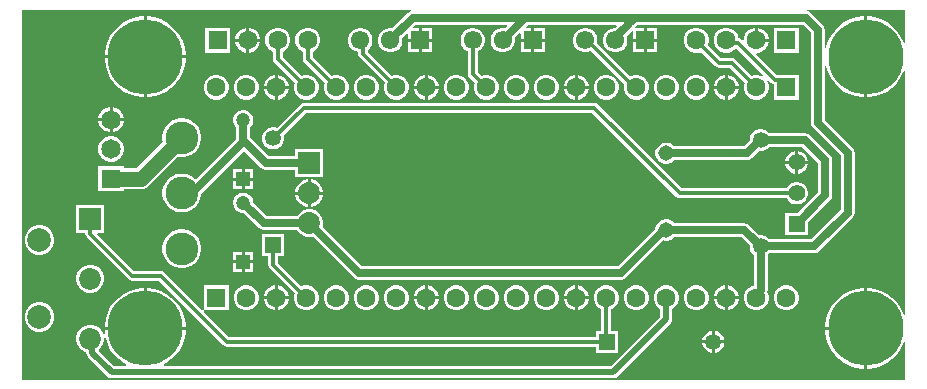
<source format=gtl>
G04*
G04 #@! TF.GenerationSoftware,Altium Limited,Altium Designer,21.9.1 (22)*
G04*
G04 Layer_Physical_Order=1*
G04 Layer_Color=255*
%FSLAX25Y25*%
%MOIN*%
G70*
G04*
G04 #@! TF.SameCoordinates,84066233-43AA-439E-81B8-E0E343A60AEF*
G04*
G04*
G04 #@! TF.FilePolarity,Positive*
G04*
G01*
G75*
%ADD20R,0.07284X0.07284*%
%ADD21C,0.07284*%
%ADD22C,0.07874*%
%ADD29R,0.04724X0.04724*%
%ADD30C,0.04724*%
%ADD38C,0.02000*%
%ADD39C,0.01200*%
%ADD40C,0.05000*%
%ADD41C,0.02500*%
%ADD42C,0.06496*%
%ADD43R,0.06496X0.06496*%
%ADD44R,0.60000X0.45000*%
%ADD45C,0.25000*%
%ADD46C,0.06299*%
%ADD47R,0.06299X0.06299*%
%ADD48R,0.06102X0.06102*%
%ADD49C,0.06102*%
%ADD50C,0.05315*%
%ADD51R,0.05315X0.05315*%
%ADD52R,0.05315X0.05315*%
%ADD53C,0.05150*%
%ADD54C,0.05512*%
%ADD55R,0.05512X0.05512*%
%ADD56R,0.07323X0.07323*%
%ADD57C,0.07323*%
%ADD58C,0.10925*%
G36*
X336706Y116561D02*
X336206Y116482D01*
X336011Y117082D01*
X335046Y118975D01*
X333797Y120695D01*
X332295Y122197D01*
X330575Y123446D01*
X328682Y124411D01*
X326661Y125068D01*
X324563Y125400D01*
X324000D01*
Y111900D01*
Y98400D01*
X324563D01*
X326661Y98732D01*
X328682Y99389D01*
X330575Y100354D01*
X332295Y101603D01*
X333797Y103105D01*
X335046Y104824D01*
X336011Y106718D01*
X336206Y107318D01*
X336706Y107239D01*
Y26061D01*
X336206Y25982D01*
X336011Y26582D01*
X335046Y28475D01*
X333797Y30195D01*
X332295Y31697D01*
X330575Y32946D01*
X328682Y33911D01*
X326661Y34568D01*
X324563Y34900D01*
X324000D01*
Y21400D01*
Y7900D01*
X324563D01*
X326661Y8232D01*
X328682Y8889D01*
X330575Y9854D01*
X332295Y11103D01*
X333797Y12605D01*
X335046Y14324D01*
X336011Y16218D01*
X336206Y16818D01*
X336706Y16739D01*
Y4294D01*
X42294D01*
Y127706D01*
X172008D01*
X172057Y127206D01*
X171622Y127120D01*
X170878Y126622D01*
X165749Y121493D01*
X165533Y121551D01*
X164467D01*
X163436Y121275D01*
X162513Y120742D01*
X161758Y119987D01*
X161225Y119064D01*
X160949Y118033D01*
Y116967D01*
X161225Y115936D01*
X161758Y115013D01*
X162513Y114258D01*
X163436Y113725D01*
X164467Y113449D01*
X165533D01*
X166564Y113725D01*
X167488Y114258D01*
X168242Y115013D01*
X168775Y115936D01*
X169051Y116967D01*
Y118033D01*
X168993Y118249D01*
X170487Y119743D01*
X170949Y119551D01*
Y118000D01*
X174500D01*
Y121551D01*
X172949D01*
X172757Y122013D01*
X173450Y122706D01*
X203808D01*
X204000Y122244D01*
X203249Y121493D01*
X203033Y121551D01*
X201967D01*
X200936Y121275D01*
X200012Y120742D01*
X199258Y119987D01*
X198725Y119064D01*
X198449Y118033D01*
Y116967D01*
X198725Y115936D01*
X199258Y115013D01*
X200012Y114258D01*
X200936Y113725D01*
X201967Y113449D01*
X203033D01*
X204064Y113725D01*
X204988Y114258D01*
X205742Y115013D01*
X206275Y115936D01*
X206551Y116967D01*
Y118033D01*
X206493Y118249D01*
X207987Y119743D01*
X208449Y119551D01*
Y118000D01*
X212000D01*
Y121551D01*
X210449D01*
X210257Y122013D01*
X210950Y122706D01*
X240334D01*
X240525Y122244D01*
X239832Y121551D01*
X239467D01*
X238436Y121275D01*
X237512Y120742D01*
X236758Y119987D01*
X236225Y119064D01*
X235949Y118033D01*
Y116967D01*
X236225Y115936D01*
X236758Y115013D01*
X237512Y114258D01*
X238436Y113725D01*
X239467Y113449D01*
X240533D01*
X241564Y113725D01*
X242488Y114258D01*
X243242Y115013D01*
X243775Y115936D01*
X244051Y116967D01*
Y118033D01*
X243787Y119018D01*
X245449Y120679D01*
X245949Y120472D01*
Y118000D01*
X249500D01*
Y121551D01*
X246913D01*
X246722Y122013D01*
X247415Y122706D01*
X302585D01*
X305206Y120085D01*
Y90000D01*
X305381Y89122D01*
X305878Y88378D01*
X315206Y79050D01*
Y60950D01*
X305333Y51078D01*
X291378D01*
X290746Y51710D01*
X289912Y52192D01*
X288982Y52441D01*
X288087D01*
X284701Y55827D01*
X283957Y56324D01*
X283079Y56499D01*
X259762D01*
X259195Y57065D01*
X258380Y57536D01*
X257471Y57780D01*
X256529D01*
X255620Y57536D01*
X254805Y57065D01*
X254139Y56400D01*
X253669Y55585D01*
X253425Y54675D01*
Y54591D01*
X241128Y42294D01*
X155450D01*
X142492Y55253D01*
X142661Y55886D01*
Y57114D01*
X142344Y58299D01*
X141730Y59362D01*
X140862Y60230D01*
X139799Y60844D01*
X138614Y61161D01*
X137386D01*
X136201Y60844D01*
X135138Y60230D01*
X134270Y59362D01*
X133942Y58794D01*
X123793D01*
X119362Y63225D01*
Y63785D01*
X119133Y64640D01*
X118690Y65407D01*
X118064Y66033D01*
X117298Y66476D01*
X116443Y66705D01*
X115557D01*
X114702Y66476D01*
X113936Y66033D01*
X113310Y65407D01*
X112867Y64640D01*
X112638Y63785D01*
Y62900D01*
X112867Y62045D01*
X113310Y61278D01*
X113936Y60652D01*
X114702Y60210D01*
X115557Y59980D01*
X116118D01*
X121220Y54878D01*
X121965Y54381D01*
X122843Y54206D01*
X133942D01*
X134270Y53638D01*
X135138Y52770D01*
X136201Y52156D01*
X137386Y51839D01*
X138614D01*
X139247Y52008D01*
X152878Y38378D01*
X153622Y37881D01*
X154500Y37706D01*
X242078D01*
X242956Y37881D01*
X243701Y38378D01*
X256074Y50752D01*
X256529Y50630D01*
X257471D01*
X258380Y50874D01*
X259195Y51344D01*
X259762Y51911D01*
X282129D01*
X284842Y49197D01*
Y48302D01*
X285092Y47372D01*
X285573Y46538D01*
X286206Y45905D01*
Y35683D01*
X285398Y35467D01*
X284452Y34920D01*
X283680Y34148D01*
X283133Y33202D01*
X282850Y32146D01*
Y31054D01*
X283133Y29998D01*
X283680Y29052D01*
X284452Y28280D01*
X285398Y27733D01*
X286454Y27450D01*
X287546D01*
X288602Y27733D01*
X289548Y28280D01*
X290320Y29052D01*
X290867Y29998D01*
X291150Y31054D01*
Y32146D01*
X290867Y33202D01*
X290676Y33533D01*
X290794Y34128D01*
Y45905D01*
X291378Y46489D01*
X306283D01*
X307161Y46664D01*
X307906Y47161D01*
X319122Y58378D01*
X319619Y59122D01*
X319794Y60000D01*
Y80000D01*
X319619Y80878D01*
X319122Y81622D01*
X309794Y90950D01*
Y108941D01*
X310294Y108981D01*
X310332Y108739D01*
X310989Y106718D01*
X311954Y104824D01*
X313203Y103105D01*
X314705Y101603D01*
X316424Y100354D01*
X318318Y99389D01*
X320339Y98732D01*
X322438Y98400D01*
X323000D01*
Y111900D01*
Y125400D01*
X322438D01*
X320339Y125068D01*
X318318Y124411D01*
X316424Y123446D01*
X314705Y122197D01*
X313203Y120695D01*
X311954Y118975D01*
X310989Y117082D01*
X310332Y115061D01*
X310294Y114819D01*
X309794Y114858D01*
Y121036D01*
X309619Y121913D01*
X309122Y122658D01*
X305158Y126622D01*
X304413Y127120D01*
X303979Y127206D01*
X304028Y127706D01*
X336706D01*
Y116561D01*
D02*
G37*
%LPC*%
G36*
X179051Y121551D02*
X175500D01*
Y118000D01*
X179051D01*
Y121551D01*
D02*
G37*
G36*
X287546Y121650D02*
X287500D01*
Y118000D01*
X291150D01*
Y118046D01*
X290867Y119102D01*
X290320Y120048D01*
X289548Y120820D01*
X288602Y121367D01*
X287546Y121650D01*
D02*
G37*
G36*
X216551Y121551D02*
X213000D01*
Y118000D01*
X216551D01*
Y121551D01*
D02*
G37*
G36*
X254051D02*
X250500D01*
Y118000D01*
X254051D01*
Y121551D01*
D02*
G37*
G36*
X118046Y121650D02*
X118000D01*
Y118000D01*
X121650D01*
Y118046D01*
X121367Y119102D01*
X120820Y120048D01*
X120048Y120820D01*
X119102Y121367D01*
X118046Y121650D01*
D02*
G37*
G36*
X117000D02*
X116954D01*
X115898Y121367D01*
X114952Y120820D01*
X114180Y120048D01*
X113633Y119102D01*
X113350Y118046D01*
Y118000D01*
X117000D01*
Y121650D01*
D02*
G37*
G36*
X286500D02*
X286454D01*
X285398Y121367D01*
X284452Y120820D01*
X283680Y120048D01*
X283133Y119102D01*
X282850Y118046D01*
Y117610D01*
X282388Y117419D01*
X281954Y117854D01*
X281424Y118207D01*
X281089Y118274D01*
X280867Y119102D01*
X280321Y120048D01*
X279548Y120820D01*
X278602Y121367D01*
X277546Y121650D01*
X276454D01*
X275398Y121367D01*
X274452Y120820D01*
X273679Y120048D01*
X273133Y119102D01*
X272850Y118046D01*
Y116954D01*
X273133Y115898D01*
X273679Y114952D01*
X274452Y114180D01*
X275398Y113633D01*
X276454Y113350D01*
X277546D01*
X278602Y113633D01*
X279548Y114180D01*
X280281Y114912D01*
X289423Y105770D01*
X289116Y105370D01*
X288602Y105667D01*
X287546Y105950D01*
X286454D01*
X285431Y105676D01*
X279954Y111153D01*
X279424Y111507D01*
X278800Y111631D01*
X275176D01*
X270876Y115931D01*
X271150Y116954D01*
Y118046D01*
X270867Y119102D01*
X270321Y120048D01*
X269548Y120820D01*
X268602Y121367D01*
X267546Y121650D01*
X266454D01*
X265398Y121367D01*
X264452Y120820D01*
X263680Y120048D01*
X263133Y119102D01*
X262850Y118046D01*
Y116954D01*
X263133Y115898D01*
X263680Y114952D01*
X264452Y114180D01*
X265398Y113633D01*
X266454Y113350D01*
X267546D01*
X268569Y113624D01*
X273346Y108846D01*
X273876Y108493D01*
X274500Y108369D01*
X278124D01*
X283124Y103369D01*
X282850Y102346D01*
Y101254D01*
X283133Y100198D01*
X283680Y99252D01*
X284452Y98479D01*
X285398Y97933D01*
X286454Y97650D01*
X287546D01*
X288602Y97933D01*
X289548Y98479D01*
X290320Y99252D01*
X290867Y100198D01*
X291150Y101254D01*
Y102346D01*
X290867Y103402D01*
X290570Y103916D01*
X290970Y104223D01*
X291997Y103196D01*
X292526Y102842D01*
X292850Y102778D01*
Y97650D01*
X301150D01*
Y105950D01*
X294608D01*
X294450Y105981D01*
X293826D01*
X286919Y112889D01*
X287110Y113350D01*
X287546D01*
X288602Y113633D01*
X289548Y114180D01*
X290320Y114952D01*
X290867Y115898D01*
X291150Y116954D01*
Y117000D01*
X287000D01*
Y117500D01*
X286500D01*
Y121650D01*
D02*
G37*
G36*
X254051Y117000D02*
X250500D01*
Y113449D01*
X254051D01*
Y117000D01*
D02*
G37*
G36*
X249500D02*
X245949D01*
Y113449D01*
X249500D01*
Y117000D01*
D02*
G37*
G36*
X216551D02*
X213000D01*
Y113449D01*
X216551D01*
Y117000D01*
D02*
G37*
G36*
X212000D02*
X208449D01*
Y113449D01*
X212000D01*
Y117000D01*
D02*
G37*
G36*
X179051D02*
X175500D01*
Y113449D01*
X179051D01*
Y117000D01*
D02*
G37*
G36*
X174500D02*
X170949D01*
Y113449D01*
X174500D01*
Y117000D01*
D02*
G37*
G36*
X301150Y121650D02*
X292850D01*
Y113350D01*
X301150D01*
Y121650D01*
D02*
G37*
G36*
X121650Y117000D02*
X118000D01*
Y113350D01*
X118046D01*
X119102Y113633D01*
X120048Y114180D01*
X120820Y114952D01*
X121367Y115898D01*
X121650Y116954D01*
Y117000D01*
D02*
G37*
G36*
X117000D02*
X113350D01*
Y116954D01*
X113633Y115898D01*
X114180Y114952D01*
X114952Y114180D01*
X115898Y113633D01*
X116954Y113350D01*
X117000D01*
Y117000D01*
D02*
G37*
G36*
X111650Y121650D02*
X103350D01*
Y113350D01*
X111650D01*
Y121650D01*
D02*
G37*
G36*
X84363Y125400D02*
X83800D01*
Y112400D01*
X96800D01*
Y112962D01*
X96468Y115061D01*
X95811Y117082D01*
X94846Y118975D01*
X93597Y120695D01*
X92095Y122197D01*
X90376Y123446D01*
X88482Y124411D01*
X86461Y125068D01*
X84363Y125400D01*
D02*
G37*
G36*
X82800D02*
X82237D01*
X80139Y125068D01*
X78118Y124411D01*
X76224Y123446D01*
X74505Y122197D01*
X73003Y120695D01*
X71754Y118975D01*
X70789Y117082D01*
X70132Y115061D01*
X69800Y112962D01*
Y112400D01*
X82800D01*
Y125400D01*
D02*
G37*
G36*
X277546Y105950D02*
X277500D01*
Y102300D01*
X281150D01*
Y102346D01*
X280867Y103402D01*
X280321Y104348D01*
X279548Y105121D01*
X278602Y105667D01*
X277546Y105950D01*
D02*
G37*
G36*
X177546D02*
X177500D01*
Y102300D01*
X181150D01*
Y102346D01*
X180867Y103402D01*
X180321Y104348D01*
X179548Y105121D01*
X178602Y105667D01*
X177546Y105950D01*
D02*
G37*
G36*
X127546D02*
X127500D01*
Y102300D01*
X131150D01*
Y102346D01*
X130867Y103402D01*
X130321Y104348D01*
X129548Y105121D01*
X128602Y105667D01*
X127546Y105950D01*
D02*
G37*
G36*
X227546D02*
X227500D01*
Y102300D01*
X231150D01*
Y102346D01*
X230867Y103402D01*
X230321Y104348D01*
X229548Y105121D01*
X228602Y105667D01*
X227546Y105950D01*
D02*
G37*
G36*
X126500D02*
X126454D01*
X125398Y105667D01*
X124452Y105121D01*
X123679Y104348D01*
X123133Y103402D01*
X122850Y102346D01*
Y102300D01*
X126500D01*
Y105950D01*
D02*
G37*
G36*
X276500D02*
X276454D01*
X275398Y105667D01*
X274452Y105121D01*
X273679Y104348D01*
X273133Y103402D01*
X272850Y102346D01*
Y102300D01*
X276500D01*
Y105950D01*
D02*
G37*
G36*
X176500D02*
X176454D01*
X175398Y105667D01*
X174452Y105121D01*
X173679Y104348D01*
X173133Y103402D01*
X172850Y102346D01*
Y102300D01*
X176500D01*
Y105950D01*
D02*
G37*
G36*
X226500D02*
X226454D01*
X225398Y105667D01*
X224452Y105121D01*
X223679Y104348D01*
X223133Y103402D01*
X222850Y102346D01*
Y102300D01*
X226500D01*
Y105950D01*
D02*
G37*
G36*
X96800Y111400D02*
X83800D01*
Y98400D01*
X84363D01*
X86461Y98732D01*
X88482Y99389D01*
X90376Y100354D01*
X92095Y101603D01*
X93597Y103105D01*
X94846Y104824D01*
X95811Y106718D01*
X96468Y108739D01*
X96800Y110837D01*
Y111400D01*
D02*
G37*
G36*
X82800D02*
X69800D01*
Y110837D01*
X70132Y108739D01*
X70789Y106718D01*
X71754Y104824D01*
X73003Y103105D01*
X74505Y101603D01*
X76224Y100354D01*
X78118Y99389D01*
X80139Y98732D01*
X82237Y98400D01*
X82800D01*
Y111400D01*
D02*
G37*
G36*
X281150Y101300D02*
X277500D01*
Y97650D01*
X277546D01*
X278602Y97933D01*
X279548Y98479D01*
X280321Y99252D01*
X280867Y100198D01*
X281150Y101254D01*
Y101300D01*
D02*
G37*
G36*
X276500D02*
X272850D01*
Y101254D01*
X273133Y100198D01*
X273679Y99252D01*
X274452Y98479D01*
X275398Y97933D01*
X276454Y97650D01*
X276500D01*
Y101300D01*
D02*
G37*
G36*
X267546Y105950D02*
X266454D01*
X265398Y105667D01*
X264452Y105121D01*
X263680Y104348D01*
X263133Y103402D01*
X262850Y102346D01*
Y101254D01*
X263133Y100198D01*
X263680Y99252D01*
X264452Y98479D01*
X265398Y97933D01*
X266454Y97650D01*
X267546D01*
X268602Y97933D01*
X269548Y98479D01*
X270321Y99252D01*
X270867Y100198D01*
X271150Y101254D01*
Y102346D01*
X270867Y103402D01*
X270321Y104348D01*
X269548Y105121D01*
X268602Y105667D01*
X267546Y105950D01*
D02*
G37*
G36*
X257546D02*
X256454D01*
X255398Y105667D01*
X254452Y105121D01*
X253679Y104348D01*
X253133Y103402D01*
X252850Y102346D01*
Y101254D01*
X253133Y100198D01*
X253679Y99252D01*
X254452Y98479D01*
X255398Y97933D01*
X256454Y97650D01*
X257546D01*
X258602Y97933D01*
X259548Y98479D01*
X260320Y99252D01*
X260867Y100198D01*
X261150Y101254D01*
Y102346D01*
X260867Y103402D01*
X260320Y104348D01*
X259548Y105121D01*
X258602Y105667D01*
X257546Y105950D01*
D02*
G37*
G36*
X230533Y121551D02*
X229467D01*
X228436Y121275D01*
X227513Y120742D01*
X226758Y119987D01*
X226225Y119064D01*
X225949Y118033D01*
Y116967D01*
X226225Y115936D01*
X226758Y115013D01*
X227513Y114258D01*
X228436Y113725D01*
X229467Y113449D01*
X230533D01*
X231564Y113725D01*
X231915Y113928D01*
X242987Y102856D01*
X242850Y102346D01*
Y101254D01*
X243133Y100198D01*
X243679Y99252D01*
X244452Y98479D01*
X245398Y97933D01*
X246454Y97650D01*
X247546D01*
X248602Y97933D01*
X249548Y98479D01*
X250321Y99252D01*
X250867Y100198D01*
X251150Y101254D01*
Y102346D01*
X250867Y103402D01*
X250321Y104348D01*
X249548Y105121D01*
X248602Y105667D01*
X247546Y105950D01*
X246454D01*
X245398Y105667D01*
X245013Y105444D01*
X233933Y116524D01*
X234051Y116967D01*
Y118033D01*
X233775Y119064D01*
X233242Y119987D01*
X232488Y120742D01*
X231564Y121275D01*
X230533Y121551D01*
D02*
G37*
G36*
X237546Y105950D02*
X236454D01*
X235398Y105667D01*
X234452Y105121D01*
X233680Y104348D01*
X233133Y103402D01*
X232850Y102346D01*
Y101254D01*
X233133Y100198D01*
X233680Y99252D01*
X234452Y98479D01*
X235398Y97933D01*
X236454Y97650D01*
X237546D01*
X238602Y97933D01*
X239548Y98479D01*
X240320Y99252D01*
X240867Y100198D01*
X241150Y101254D01*
Y102346D01*
X240867Y103402D01*
X240320Y104348D01*
X239548Y105121D01*
X238602Y105667D01*
X237546Y105950D01*
D02*
G37*
G36*
X231150Y101300D02*
X227500D01*
Y97650D01*
X227546D01*
X228602Y97933D01*
X229548Y98479D01*
X230321Y99252D01*
X230867Y100198D01*
X231150Y101254D01*
Y101300D01*
D02*
G37*
G36*
X226500D02*
X222850D01*
Y101254D01*
X223133Y100198D01*
X223679Y99252D01*
X224452Y98479D01*
X225398Y97933D01*
X226454Y97650D01*
X226500D01*
Y101300D01*
D02*
G37*
G36*
X217546Y105950D02*
X216454D01*
X215398Y105667D01*
X214452Y105121D01*
X213680Y104348D01*
X213133Y103402D01*
X212850Y102346D01*
Y101254D01*
X213133Y100198D01*
X213680Y99252D01*
X214452Y98479D01*
X215398Y97933D01*
X216454Y97650D01*
X217546D01*
X218602Y97933D01*
X219548Y98479D01*
X220321Y99252D01*
X220867Y100198D01*
X221150Y101254D01*
Y102346D01*
X220867Y103402D01*
X220321Y104348D01*
X219548Y105121D01*
X218602Y105667D01*
X217546Y105950D01*
D02*
G37*
G36*
X207546D02*
X206454D01*
X205398Y105667D01*
X204452Y105121D01*
X203679Y104348D01*
X203133Y103402D01*
X202850Y102346D01*
Y101254D01*
X203133Y100198D01*
X203679Y99252D01*
X204452Y98479D01*
X205398Y97933D01*
X206454Y97650D01*
X207546D01*
X208602Y97933D01*
X209548Y98479D01*
X210320Y99252D01*
X210867Y100198D01*
X211150Y101254D01*
Y102346D01*
X210867Y103402D01*
X210320Y104348D01*
X209548Y105121D01*
X208602Y105667D01*
X207546Y105950D01*
D02*
G37*
G36*
X193033Y121551D02*
X191967D01*
X190936Y121275D01*
X190013Y120742D01*
X189258Y119987D01*
X188725Y119064D01*
X188449Y118033D01*
Y116967D01*
X188725Y115936D01*
X189258Y115013D01*
X190013Y114258D01*
X190869Y113764D01*
Y106300D01*
X190993Y105676D01*
X191347Y105147D01*
X193124Y103369D01*
X192850Y102346D01*
Y101254D01*
X193133Y100198D01*
X193679Y99252D01*
X194452Y98479D01*
X195398Y97933D01*
X196454Y97650D01*
X197546D01*
X198602Y97933D01*
X199548Y98479D01*
X200321Y99252D01*
X200867Y100198D01*
X201150Y101254D01*
Y102346D01*
X200867Y103402D01*
X200321Y104348D01*
X199548Y105121D01*
X198602Y105667D01*
X197546Y105950D01*
X196454D01*
X195431Y105676D01*
X194131Y106976D01*
Y113764D01*
X194987Y114258D01*
X195742Y115013D01*
X196275Y115936D01*
X196551Y116967D01*
Y118033D01*
X196275Y119064D01*
X195742Y119987D01*
X194987Y120742D01*
X194064Y121275D01*
X193033Y121551D01*
D02*
G37*
G36*
X187546Y105950D02*
X186454D01*
X185398Y105667D01*
X184452Y105121D01*
X183679Y104348D01*
X183133Y103402D01*
X182850Y102346D01*
Y101254D01*
X183133Y100198D01*
X183679Y99252D01*
X184452Y98479D01*
X185398Y97933D01*
X186454Y97650D01*
X187546D01*
X188602Y97933D01*
X189548Y98479D01*
X190321Y99252D01*
X190867Y100198D01*
X191150Y101254D01*
Y102346D01*
X190867Y103402D01*
X190321Y104348D01*
X189548Y105121D01*
X188602Y105667D01*
X187546Y105950D01*
D02*
G37*
G36*
X181150Y101300D02*
X177500D01*
Y97650D01*
X177546D01*
X178602Y97933D01*
X179548Y98479D01*
X180321Y99252D01*
X180867Y100198D01*
X181150Y101254D01*
Y101300D01*
D02*
G37*
G36*
X176500D02*
X172850D01*
Y101254D01*
X173133Y100198D01*
X173679Y99252D01*
X174452Y98479D01*
X175398Y97933D01*
X176454Y97650D01*
X176500D01*
Y101300D01*
D02*
G37*
G36*
X155533Y121551D02*
X154467D01*
X153436Y121275D01*
X152513Y120742D01*
X151758Y119987D01*
X151225Y119064D01*
X150949Y118033D01*
Y116967D01*
X151225Y115936D01*
X151758Y115013D01*
X152513Y114258D01*
X153436Y113725D01*
X154307Y113492D01*
Y112862D01*
X154431Y112238D01*
X154785Y111708D01*
X163124Y103369D01*
X162850Y102346D01*
Y101254D01*
X163133Y100198D01*
X163680Y99252D01*
X164452Y98479D01*
X165398Y97933D01*
X166454Y97650D01*
X167546D01*
X168602Y97933D01*
X169548Y98479D01*
X170320Y99252D01*
X170867Y100198D01*
X171150Y101254D01*
Y102346D01*
X170867Y103402D01*
X170320Y104348D01*
X169548Y105121D01*
X168602Y105667D01*
X167546Y105950D01*
X166454D01*
X165431Y105676D01*
X157569Y113538D01*
Y114340D01*
X158242Y115013D01*
X158775Y115936D01*
X159051Y116967D01*
Y118033D01*
X158775Y119064D01*
X158242Y119987D01*
X157487Y120742D01*
X156564Y121275D01*
X155533Y121551D01*
D02*
G37*
G36*
X157546Y105950D02*
X156454D01*
X155398Y105667D01*
X154452Y105121D01*
X153680Y104348D01*
X153133Y103402D01*
X152850Y102346D01*
Y101254D01*
X153133Y100198D01*
X153680Y99252D01*
X154452Y98479D01*
X155398Y97933D01*
X156454Y97650D01*
X157546D01*
X158602Y97933D01*
X159548Y98479D01*
X160320Y99252D01*
X160867Y100198D01*
X161150Y101254D01*
Y102346D01*
X160867Y103402D01*
X160320Y104348D01*
X159548Y105121D01*
X158602Y105667D01*
X157546Y105950D01*
D02*
G37*
G36*
X138046Y121650D02*
X136954D01*
X135898Y121367D01*
X134952Y120820D01*
X134179Y120048D01*
X133633Y119102D01*
X133350Y118046D01*
Y116954D01*
X133633Y115898D01*
X134179Y114952D01*
X134952Y114180D01*
X135869Y113650D01*
Y111300D01*
X135993Y110676D01*
X136346Y110146D01*
X143124Y103369D01*
X142850Y102346D01*
Y101254D01*
X143133Y100198D01*
X143679Y99252D01*
X144452Y98479D01*
X145398Y97933D01*
X146454Y97650D01*
X147546D01*
X148602Y97933D01*
X149548Y98479D01*
X150320Y99252D01*
X150867Y100198D01*
X151150Y101254D01*
Y102346D01*
X150867Y103402D01*
X150320Y104348D01*
X149548Y105121D01*
X148602Y105667D01*
X147546Y105950D01*
X146454D01*
X145431Y105676D01*
X139131Y111976D01*
Y113650D01*
X140048Y114180D01*
X140821Y114952D01*
X141367Y115898D01*
X141650Y116954D01*
Y118046D01*
X141367Y119102D01*
X140821Y120048D01*
X140048Y120820D01*
X139102Y121367D01*
X138046Y121650D01*
D02*
G37*
G36*
X128046D02*
X126954D01*
X125898Y121367D01*
X124952Y120820D01*
X124179Y120048D01*
X123633Y119102D01*
X123350Y118046D01*
Y116954D01*
X123633Y115898D01*
X124179Y114952D01*
X124952Y114180D01*
X125869Y113650D01*
Y111300D01*
X125993Y110676D01*
X126347Y110146D01*
X133124Y103369D01*
X132850Y102346D01*
Y101254D01*
X133133Y100198D01*
X133679Y99252D01*
X134452Y98479D01*
X135398Y97933D01*
X136454Y97650D01*
X137546D01*
X138602Y97933D01*
X139548Y98479D01*
X140321Y99252D01*
X140867Y100198D01*
X141150Y101254D01*
Y102346D01*
X140867Y103402D01*
X140321Y104348D01*
X139548Y105121D01*
X138602Y105667D01*
X137546Y105950D01*
X136454D01*
X135431Y105676D01*
X129131Y111976D01*
Y113650D01*
X130048Y114180D01*
X130821Y114952D01*
X131367Y115898D01*
X131650Y116954D01*
Y118046D01*
X131367Y119102D01*
X130821Y120048D01*
X130048Y120820D01*
X129102Y121367D01*
X128046Y121650D01*
D02*
G37*
G36*
X131150Y101300D02*
X127500D01*
Y97650D01*
X127546D01*
X128602Y97933D01*
X129548Y98479D01*
X130321Y99252D01*
X130867Y100198D01*
X131150Y101254D01*
Y101300D01*
D02*
G37*
G36*
X126500D02*
X122850D01*
Y101254D01*
X123133Y100198D01*
X123679Y99252D01*
X124452Y98479D01*
X125398Y97933D01*
X126454Y97650D01*
X126500D01*
Y101300D01*
D02*
G37*
G36*
X117546Y105950D02*
X116454D01*
X115398Y105667D01*
X114452Y105121D01*
X113680Y104348D01*
X113133Y103402D01*
X112850Y102346D01*
Y101254D01*
X113133Y100198D01*
X113680Y99252D01*
X114452Y98479D01*
X115398Y97933D01*
X116454Y97650D01*
X117546D01*
X118602Y97933D01*
X119548Y98479D01*
X120320Y99252D01*
X120867Y100198D01*
X121150Y101254D01*
Y102346D01*
X120867Y103402D01*
X120320Y104348D01*
X119548Y105121D01*
X118602Y105667D01*
X117546Y105950D01*
D02*
G37*
G36*
X107546D02*
X106454D01*
X105398Y105667D01*
X104452Y105121D01*
X103680Y104348D01*
X103133Y103402D01*
X102850Y102346D01*
Y101254D01*
X103133Y100198D01*
X103680Y99252D01*
X104452Y98479D01*
X105398Y97933D01*
X106454Y97650D01*
X107546D01*
X108602Y97933D01*
X109548Y98479D01*
X110320Y99252D01*
X110867Y100198D01*
X111150Y101254D01*
Y102346D01*
X110867Y103402D01*
X110320Y104348D01*
X109548Y105121D01*
X108602Y105667D01*
X107546Y105950D01*
D02*
G37*
G36*
X72559Y95248D02*
X72500D01*
Y91500D01*
X76248D01*
Y91559D01*
X75959Y92640D01*
X75399Y93608D01*
X74608Y94399D01*
X73640Y94959D01*
X72559Y95248D01*
D02*
G37*
G36*
X71500D02*
X71441D01*
X70360Y94959D01*
X69392Y94399D01*
X68601Y93608D01*
X68041Y92640D01*
X67752Y91559D01*
Y91500D01*
X71500D01*
Y95248D01*
D02*
G37*
G36*
X76248Y90500D02*
X72500D01*
Y86752D01*
X72559D01*
X73640Y87041D01*
X74608Y87601D01*
X75399Y88392D01*
X75959Y89360D01*
X76248Y90441D01*
Y90500D01*
D02*
G37*
G36*
X71500D02*
X67752D01*
Y90441D01*
X68041Y89360D01*
X68601Y88392D01*
X69392Y87601D01*
X70360Y87041D01*
X71441Y86752D01*
X71500D01*
Y90500D01*
D02*
G37*
G36*
X288982Y87874D02*
X288018D01*
X287088Y87625D01*
X286254Y87143D01*
X285573Y86462D01*
X285092Y85628D01*
X284842Y84698D01*
Y84022D01*
X282909Y82089D01*
X259762D01*
X259195Y82656D01*
X258380Y83126D01*
X257471Y83370D01*
X256529D01*
X255620Y83126D01*
X254805Y82656D01*
X254139Y81990D01*
X253669Y81175D01*
X253425Y80266D01*
Y79325D01*
X253669Y78416D01*
X254139Y77600D01*
X254805Y76935D01*
X255620Y76464D01*
X256529Y76221D01*
X257471D01*
X258380Y76464D01*
X259195Y76935D01*
X259762Y77501D01*
X283860D01*
X284738Y77676D01*
X285482Y78173D01*
X287900Y80591D01*
X288018Y80559D01*
X288982D01*
X289912Y80808D01*
X290746Y81290D01*
X291378Y81923D01*
X302333D01*
X307706Y76550D01*
Y66710D01*
X301015Y60020D01*
X296748D01*
Y52508D01*
X304260D01*
Y56775D01*
X311622Y64138D01*
X312120Y64882D01*
X312294Y65760D01*
Y77500D01*
X312120Y78378D01*
X311622Y79122D01*
X304906Y85839D01*
X304161Y86336D01*
X303284Y86511D01*
X291378D01*
X290746Y87143D01*
X289912Y87625D01*
X288982Y87874D01*
D02*
G37*
G36*
X96136Y91470D02*
X94863D01*
X93615Y91222D01*
X92439Y90735D01*
X91380Y90028D01*
X90480Y89127D01*
X89773Y88069D01*
X89286Y86893D01*
X89037Y85644D01*
Y84371D01*
X89176Y83676D01*
X80345Y74845D01*
X76248D01*
Y75563D01*
X67752D01*
Y67067D01*
X76248D01*
Y67785D01*
X81807D01*
X82721Y67905D01*
X83572Y68258D01*
X84303Y68819D01*
X94168Y78684D01*
X94863Y78545D01*
X96136D01*
X97385Y78794D01*
X98561Y79281D01*
X99620Y79988D01*
X100520Y80888D01*
X101227Y81947D01*
X101714Y83123D01*
X101963Y84371D01*
Y85644D01*
X101714Y86893D01*
X101227Y88069D01*
X100520Y89127D01*
X99620Y90028D01*
X98561Y90735D01*
X97385Y91222D01*
X96136Y91470D01*
D02*
G37*
G36*
X301004Y80491D02*
Y77236D01*
X304258D01*
X304004Y78186D01*
X303509Y79042D01*
X302810Y79742D01*
X301954Y80236D01*
X301004Y80491D01*
D02*
G37*
G36*
X300004D02*
X299054Y80236D01*
X298198Y79742D01*
X297498Y79042D01*
X297004Y78186D01*
X296749Y77236D01*
X300004D01*
Y80491D01*
D02*
G37*
G36*
X72559Y85405D02*
X71441D01*
X70360Y85116D01*
X69392Y84557D01*
X68601Y83766D01*
X68041Y82797D01*
X67752Y81717D01*
Y80598D01*
X68041Y79518D01*
X68601Y78549D01*
X69392Y77758D01*
X70360Y77199D01*
X71441Y76910D01*
X72559D01*
X73640Y77199D01*
X74608Y77758D01*
X75399Y78549D01*
X75959Y79518D01*
X76248Y80598D01*
Y81717D01*
X75959Y82797D01*
X75399Y83766D01*
X74608Y84557D01*
X73640Y85116D01*
X72559Y85405D01*
D02*
G37*
G36*
X304258Y76236D02*
X301004D01*
Y72982D01*
X301954Y73236D01*
X302810Y73731D01*
X303509Y74430D01*
X304004Y75287D01*
X304258Y76236D01*
D02*
G37*
G36*
X300004D02*
X296749D01*
X297004Y75287D01*
X297498Y74430D01*
X298198Y73731D01*
X299054Y73236D01*
X300004Y72982D01*
Y76236D01*
D02*
G37*
G36*
X116443Y94205D02*
X115557D01*
X114702Y93976D01*
X113936Y93533D01*
X113310Y92907D01*
X112867Y92140D01*
X112638Y91285D01*
Y90400D01*
X112867Y89545D01*
X113310Y88778D01*
X113706Y88382D01*
Y84373D01*
X100238Y70905D01*
X99620Y71524D01*
X98561Y72231D01*
X97385Y72718D01*
X96136Y72966D01*
X94863D01*
X93615Y72718D01*
X92439Y72231D01*
X91380Y71524D01*
X90480Y70624D01*
X89773Y69565D01*
X89286Y68389D01*
X89037Y67140D01*
Y65867D01*
X89286Y64619D01*
X89773Y63443D01*
X90480Y62384D01*
X91380Y61484D01*
X92439Y60777D01*
X93615Y60290D01*
X94863Y60041D01*
X96136D01*
X97385Y60290D01*
X98561Y60777D01*
X99620Y61484D01*
X100520Y62384D01*
X101227Y63443D01*
X101714Y64619D01*
X101963Y65867D01*
Y66258D01*
X102316Y66494D01*
X116289Y80467D01*
X121878Y74878D01*
X122622Y74381D01*
X123500Y74206D01*
X133339D01*
Y71839D01*
X142661D01*
Y81161D01*
X133339D01*
Y78794D01*
X124450D01*
X118294Y84950D01*
Y88382D01*
X118690Y88778D01*
X119133Y89545D01*
X119362Y90400D01*
Y91285D01*
X119133Y92140D01*
X118690Y92907D01*
X118064Y93533D01*
X117298Y93976D01*
X116443Y94205D01*
D02*
G37*
G36*
X119362Y74520D02*
X116500D01*
Y71658D01*
X119362D01*
Y74520D01*
D02*
G37*
G36*
X115500D02*
X112638D01*
Y71658D01*
X115500D01*
Y74520D01*
D02*
G37*
G36*
X119362Y70657D02*
X116500D01*
Y67795D01*
X119362D01*
Y70657D01*
D02*
G37*
G36*
X115500D02*
X112638D01*
Y67795D01*
X115500D01*
Y70657D01*
D02*
G37*
G36*
X138614Y71161D02*
X138500D01*
Y67000D01*
X142661D01*
Y67114D01*
X142344Y68299D01*
X141730Y69362D01*
X140862Y70230D01*
X139799Y70844D01*
X138614Y71161D01*
D02*
G37*
G36*
X137500D02*
X137386D01*
X136201Y70844D01*
X135138Y70230D01*
X134270Y69362D01*
X133656Y68299D01*
X133339Y67114D01*
Y67000D01*
X137500D01*
Y71161D01*
D02*
G37*
G36*
X233000Y96631D02*
X136284D01*
X135659Y96507D01*
X135130Y96153D01*
X127167Y88190D01*
X126481Y88374D01*
X125519D01*
X124588Y88125D01*
X123754Y87643D01*
X123073Y86962D01*
X122592Y86128D01*
X122343Y85198D01*
Y84235D01*
X122592Y83305D01*
X123073Y82471D01*
X123754Y81790D01*
X124588Y81308D01*
X125519Y81059D01*
X126481D01*
X127412Y81308D01*
X128246Y81790D01*
X128927Y82471D01*
X129408Y83305D01*
X129657Y84235D01*
Y85198D01*
X129474Y85883D01*
X136959Y93369D01*
X232324D01*
X260347Y65346D01*
X260876Y64993D01*
X261500Y64869D01*
X297109D01*
X297498Y64194D01*
X298198Y63494D01*
X299054Y63000D01*
X300009Y62744D01*
X300998D01*
X301954Y63000D01*
X302810Y63494D01*
X303509Y64194D01*
X304004Y65050D01*
X304260Y66005D01*
Y66995D01*
X304004Y67950D01*
X303509Y68806D01*
X302810Y69506D01*
X301954Y70000D01*
X300998Y70256D01*
X300009D01*
X299054Y70000D01*
X298198Y69506D01*
X297498Y68806D01*
X297109Y68131D01*
X262176D01*
X234154Y96153D01*
X233624Y96507D01*
X233000Y96631D01*
D02*
G37*
G36*
X142661Y66000D02*
X138500D01*
Y61839D01*
X138614D01*
X139799Y62156D01*
X140862Y62770D01*
X141730Y63638D01*
X142344Y64701D01*
X142661Y65886D01*
Y66000D01*
D02*
G37*
G36*
X137500D02*
X133339D01*
Y65886D01*
X133656Y64701D01*
X134270Y63638D01*
X135138Y62770D01*
X136201Y62156D01*
X137386Y61839D01*
X137500D01*
Y66000D01*
D02*
G37*
G36*
X217000Y70230D02*
X203700D01*
X202786Y70110D01*
X201935Y69757D01*
X201204Y69196D01*
X195504Y63496D01*
X194943Y62765D01*
X194590Y61914D01*
X194470Y61000D01*
X194590Y60086D01*
X194943Y59235D01*
X195504Y58504D01*
X196235Y57943D01*
X197086Y57590D01*
X198000Y57470D01*
X198914Y57590D01*
X199765Y57943D01*
X200496Y58504D01*
X205162Y63170D01*
X210524D01*
X210715Y62708D01*
X201504Y53496D01*
X200943Y52765D01*
X200590Y51914D01*
X200470Y51000D01*
X200590Y50086D01*
X200943Y49235D01*
X201504Y48504D01*
X202235Y47943D01*
X203086Y47590D01*
X204000Y47470D01*
X204914Y47590D01*
X205765Y47943D01*
X206496Y48504D01*
X219496Y61504D01*
X220057Y62235D01*
X220410Y63086D01*
X220530Y64000D01*
Y66700D01*
X220410Y67614D01*
X220057Y68465D01*
X219496Y69196D01*
X218765Y69757D01*
X217914Y70110D01*
X217000Y70230D01*
D02*
G37*
G36*
X48721Y55732D02*
X47421D01*
X46165Y55396D01*
X45039Y54746D01*
X44120Y53827D01*
X43470Y52701D01*
X43134Y51445D01*
Y50145D01*
X43470Y48890D01*
X44120Y47764D01*
X45039Y46845D01*
X46165Y46195D01*
X47421Y45858D01*
X48721D01*
X49977Y46195D01*
X51102Y46845D01*
X52021Y47764D01*
X52671Y48890D01*
X53008Y50145D01*
Y51445D01*
X52671Y52701D01*
X52021Y53827D01*
X51102Y54746D01*
X49977Y55396D01*
X48721Y55732D01*
D02*
G37*
G36*
X119362Y47020D02*
X116500D01*
Y44157D01*
X119362D01*
Y47020D01*
D02*
G37*
G36*
X115500D02*
X112638D01*
Y44157D01*
X115500D01*
Y47020D01*
D02*
G37*
G36*
X96136Y54463D02*
X94863D01*
X93615Y54214D01*
X92439Y53727D01*
X91380Y53020D01*
X90480Y52120D01*
X89773Y51061D01*
X89286Y49885D01*
X89037Y48636D01*
Y47363D01*
X89286Y46115D01*
X89773Y44939D01*
X90480Y43880D01*
X91380Y42980D01*
X92439Y42273D01*
X93615Y41786D01*
X94863Y41537D01*
X96136D01*
X97385Y41786D01*
X98561Y42273D01*
X99620Y42980D01*
X100520Y43880D01*
X101227Y44939D01*
X101714Y46115D01*
X101963Y47363D01*
Y48636D01*
X101714Y49885D01*
X101227Y51061D01*
X100520Y52120D01*
X99620Y53020D01*
X98561Y53727D01*
X97385Y54214D01*
X96136Y54463D01*
D02*
G37*
G36*
X119362Y43158D02*
X116500D01*
Y40295D01*
X119362D01*
Y43158D01*
D02*
G37*
G36*
X115500D02*
X112638D01*
Y40295D01*
X115500D01*
Y43158D01*
D02*
G37*
G36*
X65611Y42642D02*
X64389D01*
X63208Y42325D01*
X62150Y41714D01*
X61286Y40850D01*
X60675Y39792D01*
X60358Y38611D01*
Y37389D01*
X60675Y36208D01*
X61286Y35150D01*
X62150Y34286D01*
X63208Y33675D01*
X64389Y33358D01*
X65611D01*
X66792Y33675D01*
X67850Y34286D01*
X68714Y35150D01*
X69325Y36208D01*
X69642Y37389D01*
Y38611D01*
X69325Y39792D01*
X68714Y40850D01*
X67850Y41714D01*
X66792Y42325D01*
X65611Y42642D01*
D02*
G37*
G36*
X277546Y35750D02*
X277500D01*
Y32100D01*
X281150D01*
Y32146D01*
X280867Y33202D01*
X280321Y34148D01*
X279548Y34920D01*
X278602Y35467D01*
X277546Y35750D01*
D02*
G37*
G36*
X276500D02*
X276454D01*
X275398Y35467D01*
X274452Y34920D01*
X273679Y34148D01*
X273133Y33202D01*
X272850Y32146D01*
Y32100D01*
X276500D01*
Y35750D01*
D02*
G37*
G36*
X227546D02*
X227500D01*
Y32100D01*
X231150D01*
Y32146D01*
X230867Y33202D01*
X230321Y34148D01*
X229548Y34920D01*
X228602Y35467D01*
X227546Y35750D01*
D02*
G37*
G36*
X226500D02*
X226454D01*
X225398Y35467D01*
X224452Y34920D01*
X223679Y34148D01*
X223133Y33202D01*
X222850Y32146D01*
Y32100D01*
X226500D01*
Y35750D01*
D02*
G37*
G36*
X177546D02*
X177500D01*
Y32100D01*
X181150D01*
Y32146D01*
X180867Y33202D01*
X180321Y34148D01*
X179548Y34920D01*
X178602Y35467D01*
X177546Y35750D01*
D02*
G37*
G36*
X176500D02*
X176454D01*
X175398Y35467D01*
X174452Y34920D01*
X173679Y34148D01*
X173133Y33202D01*
X172850Y32146D01*
Y32100D01*
X176500D01*
Y35750D01*
D02*
G37*
G36*
X127546D02*
X127500D01*
Y32100D01*
X131150D01*
Y32146D01*
X130867Y33202D01*
X130321Y34148D01*
X129548Y34920D01*
X128602Y35467D01*
X127546Y35750D01*
D02*
G37*
G36*
X126500D02*
X126454D01*
X125398Y35467D01*
X124452Y34920D01*
X123679Y34148D01*
X123133Y33202D01*
X122850Y32146D01*
Y32100D01*
X126500D01*
Y35750D01*
D02*
G37*
G36*
X297546D02*
X296454D01*
X295398Y35467D01*
X294452Y34920D01*
X293679Y34148D01*
X293133Y33202D01*
X292850Y32146D01*
Y31054D01*
X293133Y29998D01*
X293679Y29052D01*
X294452Y28280D01*
X295398Y27733D01*
X296454Y27450D01*
X297546D01*
X298602Y27733D01*
X299548Y28280D01*
X300321Y29052D01*
X300867Y29998D01*
X301150Y31054D01*
Y32146D01*
X300867Y33202D01*
X300321Y34148D01*
X299548Y34920D01*
X298602Y35467D01*
X297546Y35750D01*
D02*
G37*
G36*
X281150Y31100D02*
X277500D01*
Y27450D01*
X277546D01*
X278602Y27733D01*
X279548Y28280D01*
X280321Y29052D01*
X280867Y29998D01*
X281150Y31054D01*
Y31100D01*
D02*
G37*
G36*
X276500D02*
X272850D01*
Y31054D01*
X273133Y29998D01*
X273679Y29052D01*
X274452Y28280D01*
X275398Y27733D01*
X276454Y27450D01*
X276500D01*
Y31100D01*
D02*
G37*
G36*
X267546Y35750D02*
X266454D01*
X265398Y35467D01*
X264452Y34920D01*
X263680Y34148D01*
X263133Y33202D01*
X262850Y32146D01*
Y31054D01*
X263133Y29998D01*
X263680Y29052D01*
X264452Y28280D01*
X265398Y27733D01*
X266454Y27450D01*
X267546D01*
X268602Y27733D01*
X269548Y28280D01*
X270321Y29052D01*
X270867Y29998D01*
X271150Y31054D01*
Y32146D01*
X270867Y33202D01*
X270321Y34148D01*
X269548Y34920D01*
X268602Y35467D01*
X267546Y35750D01*
D02*
G37*
G36*
X247546D02*
X246454D01*
X245398Y35467D01*
X244452Y34920D01*
X243679Y34148D01*
X243133Y33202D01*
X242850Y32146D01*
Y31054D01*
X243133Y29998D01*
X243679Y29052D01*
X244452Y28280D01*
X245398Y27733D01*
X246454Y27450D01*
X247546D01*
X248602Y27733D01*
X249548Y28280D01*
X250321Y29052D01*
X250867Y29998D01*
X251150Y31054D01*
Y32146D01*
X250867Y33202D01*
X250321Y34148D01*
X249548Y34920D01*
X248602Y35467D01*
X247546Y35750D01*
D02*
G37*
G36*
X231150Y31100D02*
X227500D01*
Y27450D01*
X227546D01*
X228602Y27733D01*
X229548Y28280D01*
X230321Y29052D01*
X230867Y29998D01*
X231150Y31054D01*
Y31100D01*
D02*
G37*
G36*
X226500D02*
X222850D01*
Y31054D01*
X223133Y29998D01*
X223679Y29052D01*
X224452Y28280D01*
X225398Y27733D01*
X226454Y27450D01*
X226500D01*
Y31100D01*
D02*
G37*
G36*
X217546Y35750D02*
X216454D01*
X215398Y35467D01*
X214452Y34920D01*
X213680Y34148D01*
X213133Y33202D01*
X212850Y32146D01*
Y31054D01*
X213133Y29998D01*
X213680Y29052D01*
X214452Y28280D01*
X215398Y27733D01*
X216454Y27450D01*
X217546D01*
X218602Y27733D01*
X219548Y28280D01*
X220321Y29052D01*
X220867Y29998D01*
X221150Y31054D01*
Y32146D01*
X220867Y33202D01*
X220321Y34148D01*
X219548Y34920D01*
X218602Y35467D01*
X217546Y35750D01*
D02*
G37*
G36*
X207546D02*
X206454D01*
X205398Y35467D01*
X204452Y34920D01*
X203679Y34148D01*
X203133Y33202D01*
X202850Y32146D01*
Y31054D01*
X203133Y29998D01*
X203679Y29052D01*
X204452Y28280D01*
X205398Y27733D01*
X206454Y27450D01*
X207546D01*
X208602Y27733D01*
X209548Y28280D01*
X210320Y29052D01*
X210867Y29998D01*
X211150Y31054D01*
Y32146D01*
X210867Y33202D01*
X210320Y34148D01*
X209548Y34920D01*
X208602Y35467D01*
X207546Y35750D01*
D02*
G37*
G36*
X197546D02*
X196454D01*
X195398Y35467D01*
X194452Y34920D01*
X193679Y34148D01*
X193133Y33202D01*
X192850Y32146D01*
Y31054D01*
X193133Y29998D01*
X193679Y29052D01*
X194452Y28280D01*
X195398Y27733D01*
X196454Y27450D01*
X197546D01*
X198602Y27733D01*
X199548Y28280D01*
X200321Y29052D01*
X200867Y29998D01*
X201150Y31054D01*
Y32146D01*
X200867Y33202D01*
X200321Y34148D01*
X199548Y34920D01*
X198602Y35467D01*
X197546Y35750D01*
D02*
G37*
G36*
X187546D02*
X186454D01*
X185398Y35467D01*
X184452Y34920D01*
X183679Y34148D01*
X183133Y33202D01*
X182850Y32146D01*
Y31054D01*
X183133Y29998D01*
X183679Y29052D01*
X184452Y28280D01*
X185398Y27733D01*
X186454Y27450D01*
X187546D01*
X188602Y27733D01*
X189548Y28280D01*
X190321Y29052D01*
X190867Y29998D01*
X191150Y31054D01*
Y32146D01*
X190867Y33202D01*
X190321Y34148D01*
X189548Y34920D01*
X188602Y35467D01*
X187546Y35750D01*
D02*
G37*
G36*
X181150Y31100D02*
X177500D01*
Y27450D01*
X177546D01*
X178602Y27733D01*
X179548Y28280D01*
X180321Y29052D01*
X180867Y29998D01*
X181150Y31054D01*
Y31100D01*
D02*
G37*
G36*
X176500D02*
X172850D01*
Y31054D01*
X173133Y29998D01*
X173679Y29052D01*
X174452Y28280D01*
X175398Y27733D01*
X176454Y27450D01*
X176500D01*
Y31100D01*
D02*
G37*
G36*
X167546Y35750D02*
X166454D01*
X165398Y35467D01*
X164452Y34920D01*
X163680Y34148D01*
X163133Y33202D01*
X162850Y32146D01*
Y31054D01*
X163133Y29998D01*
X163680Y29052D01*
X164452Y28280D01*
X165398Y27733D01*
X166454Y27450D01*
X167546D01*
X168602Y27733D01*
X169548Y28280D01*
X170320Y29052D01*
X170867Y29998D01*
X171150Y31054D01*
Y32146D01*
X170867Y33202D01*
X170320Y34148D01*
X169548Y34920D01*
X168602Y35467D01*
X167546Y35750D01*
D02*
G37*
G36*
X157546D02*
X156454D01*
X155398Y35467D01*
X154452Y34920D01*
X153680Y34148D01*
X153133Y33202D01*
X152850Y32146D01*
Y31054D01*
X153133Y29998D01*
X153680Y29052D01*
X154452Y28280D01*
X155398Y27733D01*
X156454Y27450D01*
X157546D01*
X158602Y27733D01*
X159548Y28280D01*
X160320Y29052D01*
X160867Y29998D01*
X161150Y31054D01*
Y32146D01*
X160867Y33202D01*
X160320Y34148D01*
X159548Y34920D01*
X158602Y35467D01*
X157546Y35750D01*
D02*
G37*
G36*
X147546D02*
X146454D01*
X145398Y35467D01*
X144452Y34920D01*
X143679Y34148D01*
X143133Y33202D01*
X142850Y32146D01*
Y31054D01*
X143133Y29998D01*
X143679Y29052D01*
X144452Y28280D01*
X145398Y27733D01*
X146454Y27450D01*
X147546D01*
X148602Y27733D01*
X149548Y28280D01*
X150320Y29052D01*
X150867Y29998D01*
X151150Y31054D01*
Y32146D01*
X150867Y33202D01*
X150320Y34148D01*
X149548Y34920D01*
X148602Y35467D01*
X147546Y35750D01*
D02*
G37*
G36*
X129657Y52941D02*
X122343D01*
Y45626D01*
X124369D01*
Y42600D01*
X124493Y41976D01*
X124846Y41447D01*
X133124Y33169D01*
X132850Y32146D01*
Y31054D01*
X133133Y29998D01*
X133679Y29052D01*
X134452Y28280D01*
X135398Y27733D01*
X136454Y27450D01*
X137546D01*
X138602Y27733D01*
X139548Y28280D01*
X140321Y29052D01*
X140867Y29998D01*
X141150Y31054D01*
Y32146D01*
X140867Y33202D01*
X140321Y34148D01*
X139548Y34920D01*
X138602Y35467D01*
X137546Y35750D01*
X136454D01*
X135431Y35476D01*
X127631Y43276D01*
Y45626D01*
X129657D01*
Y52941D01*
D02*
G37*
G36*
X131150Y31100D02*
X127500D01*
Y27450D01*
X127546D01*
X128602Y27733D01*
X129548Y28280D01*
X130321Y29052D01*
X130867Y29998D01*
X131150Y31054D01*
Y31100D01*
D02*
G37*
G36*
X126500D02*
X122850D01*
Y31054D01*
X123133Y29998D01*
X123679Y29052D01*
X124452Y28280D01*
X125398Y27733D01*
X126454Y27450D01*
X126500D01*
Y31100D01*
D02*
G37*
G36*
X117546Y35750D02*
X116454D01*
X115398Y35467D01*
X114452Y34920D01*
X113680Y34148D01*
X113133Y33202D01*
X112850Y32146D01*
Y31054D01*
X113133Y29998D01*
X113680Y29052D01*
X114452Y28280D01*
X115398Y27733D01*
X116454Y27450D01*
X117546D01*
X118602Y27733D01*
X119548Y28280D01*
X120320Y29052D01*
X120867Y29998D01*
X121150Y31054D01*
Y32146D01*
X120867Y33202D01*
X120320Y34148D01*
X119548Y34920D01*
X118602Y35467D01*
X117546Y35750D01*
D02*
G37*
G36*
X323000Y34900D02*
X322438D01*
X320339Y34568D01*
X318318Y33911D01*
X316424Y32946D01*
X314705Y31697D01*
X313203Y30195D01*
X311954Y28475D01*
X310989Y26582D01*
X310332Y24561D01*
X310000Y22463D01*
Y21900D01*
X323000D01*
Y34900D01*
D02*
G37*
G36*
X84363D02*
X83800D01*
Y21900D01*
X96800D01*
Y22463D01*
X96468Y24561D01*
X95811Y26582D01*
X94846Y28475D01*
X93597Y30195D01*
X92095Y31697D01*
X90376Y32946D01*
X88482Y33911D01*
X86461Y34568D01*
X84363Y34900D01*
D02*
G37*
G36*
X82800D02*
X82237D01*
X80139Y34568D01*
X78118Y33911D01*
X76224Y32946D01*
X74505Y31697D01*
X73003Y30195D01*
X71754Y28475D01*
X70789Y26582D01*
X70132Y24561D01*
X69800Y22463D01*
Y21900D01*
X82800D01*
Y34900D01*
D02*
G37*
G36*
X48721Y30142D02*
X47421D01*
X46165Y29805D01*
X45039Y29155D01*
X44120Y28236D01*
X43470Y27110D01*
X43134Y25855D01*
Y24555D01*
X43470Y23299D01*
X44120Y22173D01*
X45039Y21254D01*
X46165Y20604D01*
X47421Y20268D01*
X48721D01*
X49977Y20604D01*
X51102Y21254D01*
X52021Y22173D01*
X52671Y23299D01*
X53008Y24555D01*
Y25855D01*
X52671Y27110D01*
X52021Y28236D01*
X51102Y29155D01*
X49977Y29805D01*
X48721Y30142D01*
D02*
G37*
G36*
X273217Y20652D02*
Y17500D01*
X276369D01*
X276125Y18412D01*
X275643Y19246D01*
X274962Y19927D01*
X274128Y20408D01*
X273217Y20652D01*
D02*
G37*
G36*
X272217D02*
X271305Y20408D01*
X270471Y19927D01*
X269790Y19246D01*
X269308Y18412D01*
X269064Y17500D01*
X272217D01*
Y20652D01*
D02*
G37*
G36*
X276369Y16500D02*
X273217D01*
Y13348D01*
X274128Y13592D01*
X274962Y14073D01*
X275643Y14754D01*
X276125Y15588D01*
X276369Y16500D01*
D02*
G37*
G36*
X272217D02*
X269064D01*
X269308Y15588D01*
X269790Y14754D01*
X270471Y14073D01*
X271305Y13592D01*
X272217Y13348D01*
Y16500D01*
D02*
G37*
G36*
X69642Y62642D02*
X60358D01*
Y53358D01*
X63369D01*
Y53000D01*
X63493Y52376D01*
X63846Y51846D01*
X77846Y37846D01*
X78376Y37493D01*
X79000Y37369D01*
X87824D01*
X109346Y15846D01*
X109876Y15493D01*
X110500Y15369D01*
X233626D01*
Y13342D01*
X240941D01*
Y20658D01*
X238631D01*
Y27750D01*
X239548Y28280D01*
X240320Y29052D01*
X240867Y29998D01*
X241150Y31054D01*
Y32146D01*
X240867Y33202D01*
X240320Y34148D01*
X239548Y34920D01*
X238602Y35467D01*
X237546Y35750D01*
X236454D01*
X235398Y35467D01*
X234452Y34920D01*
X233680Y34148D01*
X233133Y33202D01*
X232850Y32146D01*
Y31054D01*
X233133Y29998D01*
X233680Y29052D01*
X234452Y28280D01*
X235369Y27750D01*
Y20658D01*
X233626D01*
Y18631D01*
X111176D01*
X102857Y26950D01*
X103064Y27450D01*
X103262Y27450D01*
X111150D01*
Y35750D01*
X102850D01*
Y27890D01*
X102850Y27664D01*
X102350Y27457D01*
X89653Y40154D01*
X89124Y40507D01*
X88500Y40631D01*
X79676D01*
X67411Y52896D01*
X67602Y53358D01*
X69642D01*
Y62642D01*
D02*
G37*
G36*
X257546Y35750D02*
X256454D01*
X255398Y35467D01*
X254452Y34920D01*
X253679Y34148D01*
X253133Y33202D01*
X252850Y32146D01*
Y31054D01*
X253133Y29998D01*
X253679Y29052D01*
X254452Y28280D01*
X254961Y27986D01*
Y25345D01*
X238555Y8939D01*
X89652D01*
X89535Y9425D01*
X90376Y9854D01*
X92095Y11103D01*
X93597Y12605D01*
X94846Y14324D01*
X95811Y16218D01*
X96468Y18239D01*
X96800Y20337D01*
Y20900D01*
X69800D01*
Y20337D01*
X69949Y19395D01*
X69459Y19291D01*
X69325Y19792D01*
X68714Y20850D01*
X67850Y21714D01*
X66792Y22325D01*
X65611Y22642D01*
X64389D01*
X63208Y22325D01*
X62150Y21714D01*
X61286Y20850D01*
X60675Y19792D01*
X60358Y18611D01*
Y17389D01*
X60675Y16208D01*
X61286Y15150D01*
X62150Y14286D01*
X63208Y13675D01*
X63657Y13554D01*
Y13304D01*
X63813Y12523D01*
X64254Y11862D01*
X70658Y5458D01*
X71320Y5016D01*
X72100Y4861D01*
X239400D01*
X240180Y5016D01*
X240842Y5458D01*
X258442Y23058D01*
X258884Y23720D01*
X259039Y24500D01*
Y27986D01*
X259548Y28280D01*
X260320Y29052D01*
X260867Y29998D01*
X261150Y31054D01*
Y32146D01*
X260867Y33202D01*
X260320Y34148D01*
X259548Y34920D01*
X258602Y35467D01*
X257546Y35750D01*
D02*
G37*
G36*
X323000Y20900D02*
X310000D01*
Y20337D01*
X310332Y18239D01*
X310989Y16218D01*
X311954Y14324D01*
X313203Y12605D01*
X314705Y11103D01*
X316424Y9854D01*
X318318Y8889D01*
X320339Y8232D01*
X322438Y7900D01*
X323000D01*
Y20900D01*
D02*
G37*
%LPD*%
G36*
X70789Y16218D02*
X71754Y14324D01*
X73003Y12605D01*
X74505Y11103D01*
X76224Y9854D01*
X77065Y9425D01*
X76948Y8939D01*
X72945D01*
X68056Y13827D01*
X67850Y14286D01*
X68714Y15150D01*
X69325Y16208D01*
X69642Y17389D01*
Y18155D01*
X70132Y18239D01*
X70789Y16218D01*
D02*
G37*
D20*
X65000Y58000D02*
D03*
D21*
Y38000D02*
D03*
Y18000D02*
D03*
D22*
X48071Y50795D02*
D03*
Y25205D02*
D03*
D29*
X116000Y71157D02*
D03*
Y43657D02*
D03*
D30*
Y90842D02*
D03*
Y63342D02*
D03*
D38*
X72100Y6900D02*
X239400D01*
X65696Y13304D02*
X72100Y6900D01*
X65696Y13304D02*
Y17304D01*
X65000Y18000D02*
X65696Y17304D01*
X257000Y24500D02*
Y31600D01*
X239400Y6900D02*
X257000Y24500D01*
D39*
X65000Y53000D02*
X79000Y39000D01*
X65000Y53000D02*
Y58000D01*
X79000Y39000D02*
X88500D01*
X280800Y116700D02*
X293150Y104350D01*
X137500Y111300D02*
Y117500D01*
X277000D02*
X277800Y116700D01*
X233000Y95000D02*
X261500Y66500D01*
X274500Y110000D02*
X278800D01*
X237000Y17284D02*
Y31600D01*
X230650Y117500D02*
X246350Y101800D01*
X126000Y42600D02*
Y49283D01*
X155938Y112862D02*
X167000Y101800D01*
X293150Y104350D02*
X294450D01*
X137500Y111300D02*
X147000Y101800D01*
X136284Y95000D02*
X233000D01*
X294450Y104350D02*
X297000Y101800D01*
X278800Y110000D02*
X287000Y101800D01*
X110500Y17000D02*
X237283D01*
X246350Y101800D02*
X247000D01*
X126000Y42600D02*
X137000Y31600D01*
X192500Y106300D02*
X197000Y101800D01*
X155000Y117500D02*
X155938Y116562D01*
X88500Y39000D02*
X110500Y17000D01*
X277800Y116700D02*
X280800D01*
X261500Y66500D02*
X300504D01*
X127500Y111300D02*
X137000Y101800D01*
X267000Y117500D02*
X274500Y110000D01*
X126000Y84716D02*
X136284Y95000D01*
X127500Y111300D02*
Y117500D01*
X230000D02*
X230650D01*
X237000Y17284D02*
X237283Y17000D01*
X192500Y106300D02*
Y117500D01*
X155938Y112862D02*
Y116562D01*
D40*
X81807Y71315D02*
X95500Y85008D01*
X72000Y71315D02*
X81807D01*
X198000Y61000D02*
X203700Y66700D01*
X217000D01*
X204000Y51000D02*
X217000Y64000D01*
Y66700D01*
X93897Y85008D02*
X95500D01*
D41*
X172500Y125000D02*
X210000D01*
X283860Y79795D02*
X288281Y84216D01*
X240000Y117500D02*
Y118475D01*
X287000Y31600D02*
Y32628D01*
X244225Y122700D02*
Y122760D01*
X138000Y56500D02*
X154500Y40000D01*
X256283Y54205D02*
X257000D01*
X307500Y90000D02*
Y121036D01*
X116000Y83422D02*
Y90842D01*
X303284Y84216D02*
X310000Y77500D01*
X100694Y68116D02*
X116289Y83711D01*
X288500Y48783D02*
X306283D01*
X257000Y79795D02*
X283860D01*
X165000Y117500D02*
X172500Y125000D01*
X210000D02*
X246464D01*
X287000Y32628D02*
X288500Y34128D01*
X246464Y125000D02*
X303536D01*
X154500Y40000D02*
X242078D01*
X283079Y54205D02*
X288500Y48783D01*
X303536Y125000D02*
X307500Y121036D01*
X116000Y63342D02*
X122843Y56500D01*
X288500Y84216D02*
X303284D01*
X307500Y90000D02*
X317500Y80000D01*
X97112Y68116D02*
X100694D01*
X123500Y76500D02*
X138000D01*
X300504Y56264D02*
X310000Y65760D01*
X202500Y117500D02*
X210000Y125000D01*
X288500Y34128D02*
Y48783D01*
X240000Y118475D02*
X244225Y122700D01*
X257000Y54205D02*
X283079D01*
X244225Y122760D02*
X246464Y125000D01*
X122843Y56500D02*
X138000D01*
X242078Y40000D02*
X256283Y54205D01*
X95500Y66504D02*
X97112Y68116D01*
X317500Y60000D02*
Y80000D01*
X310000Y65760D02*
Y77500D01*
X288281Y84216D02*
X288500D01*
X116289Y83711D02*
X123500Y76500D01*
X306283Y48783D02*
X317500Y60000D01*
D42*
X72000Y81157D02*
D03*
Y91000D02*
D03*
D43*
Y71315D02*
D03*
D44*
X200000Y66700D02*
D03*
D45*
X323500Y21400D02*
D03*
X83300D02*
D03*
Y111900D02*
D03*
X323500D02*
D03*
D46*
X117500Y117500D02*
D03*
X127500D02*
D03*
X137500D02*
D03*
X287000D02*
D03*
X277000D02*
D03*
X267000D02*
D03*
X297000Y31600D02*
D03*
X287000D02*
D03*
X277000D02*
D03*
X267000D02*
D03*
X257000D02*
D03*
X237000D02*
D03*
X227000D02*
D03*
X187000D02*
D03*
X157000D02*
D03*
X137000D02*
D03*
X117000D02*
D03*
X127000D02*
D03*
X147000D02*
D03*
X167000D02*
D03*
X177000D02*
D03*
X197000D02*
D03*
X207000D02*
D03*
X217000D02*
D03*
X247000D02*
D03*
X107000Y101800D02*
D03*
X117000D02*
D03*
X127000D02*
D03*
X137000D02*
D03*
X147000D02*
D03*
X167000D02*
D03*
X177000D02*
D03*
X217000D02*
D03*
X247000D02*
D03*
X267000D02*
D03*
X287000D02*
D03*
X277000D02*
D03*
X257000D02*
D03*
X237000D02*
D03*
X227000D02*
D03*
X207000D02*
D03*
X197000D02*
D03*
X187000D02*
D03*
X157000D02*
D03*
D47*
X107500Y117500D02*
D03*
X297000D02*
D03*
X107000Y31600D02*
D03*
X297000Y101800D02*
D03*
D48*
X250000Y117500D02*
D03*
X212500D02*
D03*
X175000D02*
D03*
D49*
X240000D02*
D03*
X230000D02*
D03*
X202500D02*
D03*
X192500D02*
D03*
X165000D02*
D03*
X155000D02*
D03*
D50*
X288500Y48783D02*
D03*
Y84216D02*
D03*
X272716Y17000D02*
D03*
X126000Y84716D02*
D03*
D51*
X237283Y17000D02*
D03*
D52*
X126000Y49283D02*
D03*
D53*
X257000Y54205D02*
D03*
Y79795D02*
D03*
D54*
X300504Y66500D02*
D03*
Y76736D02*
D03*
D55*
Y56264D02*
D03*
D56*
X138000Y76500D02*
D03*
D57*
Y66500D02*
D03*
Y56500D02*
D03*
D58*
X95500Y85008D02*
D03*
Y66504D02*
D03*
Y48000D02*
D03*
M02*

</source>
